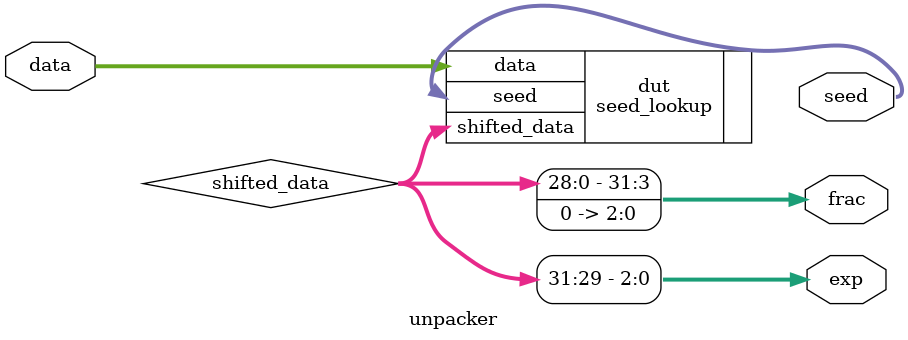
<source format=sv>
module unpacker(
	data,
	seed,
	exp,
	frac
	);

	// PARAMETERS
	parameter BITS = 32;
	parameter ES = 3;

	//INPUT
	input logic [BITS-1:0] data;

	// OUTPUT
	output wire signed [BITS-1:0] seed;
	output wire [ES-1:0] exp;
	output wire [BITS-1:0] frac;

	wire [BITS - 1:0] shifted_data;

	// FIND THE SEED
	seed_lookup #(BITS) dut (
		.data	(data),
		.shifted_data (shifted_data),
		.seed	(seed)
	);

	assign exp = $signed(shifted_data[BITS -1 : BITS - ES]);
	assign frac[BITS-1 : ES] = $signed(shifted_data[BITS - ES - 1 : 0]);
	assign frac[ES-1:0] = 0;

endmodule

</source>
